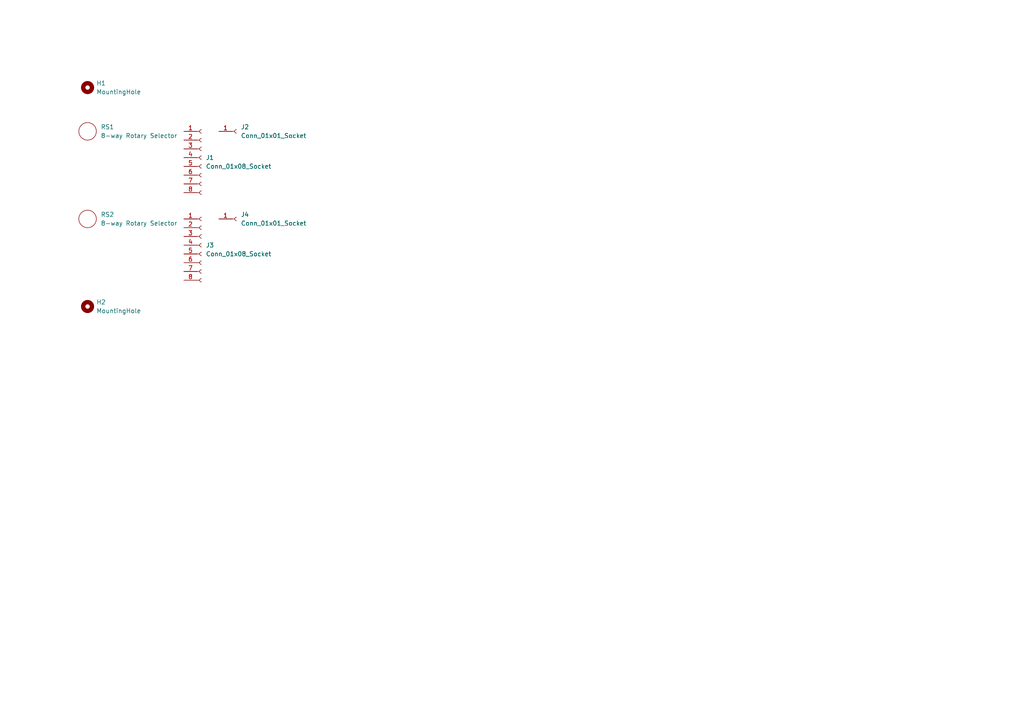
<source format=kicad_sch>
(kicad_sch (version 20231120) (generator "eeschema") (generator_version "8.0")
  (paper "A4")
  (lib_symbols
    (symbol "Connector:Conn_01x01_Socket" (pin_names (offset 1.016) hide)
      (property "Reference" "J" (at 0 2.54 0))
      (property "Value" "Conn_01x01_Socket" (at 0 -2.54 0))
      (symbol "Conn_01x01_Socket_1_1"
        (polyline (pts (xy -1.27 0) (xy -0.508 0)) (stroke (width 0.1524)))
        (arc (start 0 0.508) (mid -0.5058 0) (end 0 -0.508) (stroke (width 0.1524)))
        (pin passive line (at -5.08 0 0) (length 3.81) (name "Pin_1") (number "1"))
      )
    )
    (symbol "Connector:Conn_01x08_Socket" (pin_names (offset 1.016) hide)
      (property "Reference" "J" (at 0 10.16 0))
      (property "Value" "Conn_01x08_Socket" (at 0 -12.7 0))
      (symbol "Conn_01x08_Socket_1_1"
        (arc (start 0 -9.652) (mid -0.5058 -10.16) (end 0 -10.668) (stroke (width 0.1524)))
        (arc (start 0 -7.112) (mid -0.5058 -7.62) (end 0 -8.128) (stroke (width 0.1524)))
        (arc (start 0 -4.572) (mid -0.5058 -5.08) (end 0 -5.588) (stroke (width 0.1524)))
        (arc (start 0 -2.032) (mid -0.5058 -2.54) (end 0 -3.048) (stroke (width 0.1524)))
        (polyline (pts (xy -1.27 -10.16) (xy -0.508 -10.16)) (stroke (width 0.1524)))
        (polyline (pts (xy -1.27 -7.62) (xy -0.508 -7.62)) (stroke (width 0.1524)))
        (polyline (pts (xy -1.27 -5.08) (xy -0.508 -5.08)) (stroke (width 0.1524)))
        (polyline (pts (xy -1.27 -2.54) (xy -0.508 -2.54)) (stroke (width 0.1524)))
        (polyline (pts (xy -1.27 0) (xy -0.508 0)) (stroke (width 0.1524)))
        (polyline (pts (xy -1.27 2.54) (xy -0.508 2.54)) (stroke (width 0.1524)))
        (polyline (pts (xy -1.27 5.08) (xy -0.508 5.08)) (stroke (width 0.1524)))
        (polyline (pts (xy -1.27 7.62) (xy -0.508 7.62)) (stroke (width 0.1524)))
        (arc (start 0 0.508) (mid -0.5058 0) (end 0 -0.508) (stroke (width 0.1524)))
        (arc (start 0 3.048) (mid -0.5058 2.54) (end 0 2.032) (stroke (width 0.1524)))
        (arc (start 0 5.588) (mid -0.5058 5.08) (end 0 4.572) (stroke (width 0.1524)))
        (arc (start 0 8.128) (mid -0.5058 7.62) (end 0 7.112) (stroke (width 0.1524)))
        (pin passive line (at -5.08 7.62 0) (length 3.81) (name "Pin_1") (number "1"))
        (pin passive line (at -5.08 5.08 0) (length 3.81) (name "Pin_2") (number "2"))
        (pin passive line (at -5.08 2.54 0) (length 3.81) (name "Pin_3") (number "3"))
        (pin passive line (at -5.08 0 0) (length 3.81) (name "Pin_4") (number "4"))
        (pin passive line (at -5.08 -2.54 0) (length 3.81) (name "Pin_5") (number "5"))
        (pin passive line (at -5.08 -5.08 0) (length 3.81) (name "Pin_6") (number "6"))
        (pin passive line (at -5.08 -7.62 0) (length 3.81) (name "Pin_7") (number "7"))
        (pin passive line (at -5.08 -10.16 0) (length 3.81) (name "Pin_8") (number "8"))
      )
    )
    (symbol "EXC:Rotary_Selector_Panel_Mount_M9"
      (property "Reference" "RS" (at 0 4.064 0))
      (property "Value" "8-way Rotary Selector" (at 0 -3.81 0))
      (symbol "Rotary_Selector_Panel_Mount_M9_0_1"
        (circle (center 0 0) (radius 2.54))
      )
    )
    (symbol "Mechanical:MountingHole" (pin_names (offset 1.016)) (exclude_from_sim yes) (in_bom no)
      (property "Reference" "H" (at 0 5.08 0))
      (property "Value" "MountingHole" (at 0 3.175 0))
      (symbol "MountingHole_0_1"
        (circle (center 0 0) (radius 1.27) (stroke (width 1.27)))
      )
    )
  )
  (symbol (lib_id "Connector:Conn_01x01_Socket") (at 68.58 63.5 0) (unit 1)
    (property "Reference" "J4" (at 69.85 62.2299 0) (effects (justify left)))
    (property "Value" "Conn_01x01_Socket" (at 69.85 64.7699 0) (effects (justify left)))
    (property "Footprint" "Connector_PinSocket_2.54mm:PinSocket_1x01_P2.54mm_Vertical" (effects (hide yes)))
    (property "Description" "Generic connector, single row, 01x01, script generated" (effects (hide yes)))
  )
  (symbol (lib_id "EXC:Rotary_Selector_Panel_Mount_M9") (at 25.4 63.5 0) (unit 1)
    (property "Reference" "RS2" (at 29.21 62.2299 0) (effects (justify left)))
    (property "Value" "8-way Rotary Selector" (at 29.21 64.7699 0) (effects (justify left)))
    (property "Footprint" "EXC:Rotary_Selector_Panel_Mount_M9" (effects (hide yes)))
    (property "Datasheet" "https://cdn-shop.adafruit.com/product-files/2925/SR16A-18-15KQ.pdf" (effects (hide yes)))
    (property "Description" "8-way panel-mount Rotary Selector" (effects (hide yes)))
    (property "Source" "https://www.adafruit.com/product/2925" (effects (hide yes)))
  )
  (symbol (lib_id "EXC:Rotary_Selector_Panel_Mount_M9") (at 25.4 38.1 0) (unit 1)
    (property "Reference" "RS1" (at 29.21 36.8299 0) (effects (justify left)))
    (property "Value" "8-way Rotary Selector" (at 29.21 39.3699 0) (effects (justify left)))
    (property "Footprint" "EXC:Rotary_Selector_Panel_Mount_M9" (effects (hide yes)))
    (property "Datasheet" "https://cdn-shop.adafruit.com/product-files/2925/SR16A-18-15KQ.pdf" (effects (hide yes)))
    (property "Description" "8-way panel-mount Rotary Selector" (effects (hide yes)))
    (property "Source" "https://www.adafruit.com/product/2925" (effects (hide yes)))
  )
  (symbol (lib_id "Mechanical:MountingHole") (at 25.4 25.4 0) (unit 1) (exclude_from_sim yes) (in_bom no)
    (property "Reference" "H1" (at 27.94 24.1299 0) (effects (justify left)))
    (property "Value" "MountingHole" (at 27.94 26.6699 0) (effects (justify left)))
    (property "Footprint" "MountingHole:MountingHole_3.2mm_M3" (effects (hide yes)))
    (property "Description" "Mounting Hole without connection" (effects (hide yes)))
  )
  (symbol (lib_id "Connector:Conn_01x01_Socket") (at 68.58 38.1 0) (unit 1)
    (property "Reference" "J2" (at 69.85 36.8299 0) (effects (justify left)))
    (property "Value" "Conn_01x01_Socket" (at 69.85 39.3699 0) (effects (justify left)))
    (property "Footprint" "Connector_PinSocket_2.54mm:PinSocket_1x01_P2.54mm_Vertical" (effects (hide yes)))
    (property "Description" "Generic connector, single row, 01x01, script generated" (effects (hide yes)))
  )
  (symbol (lib_id "Mechanical:MountingHole") (at 25.4 88.9 0) (unit 1) (exclude_from_sim yes) (in_bom no)
    (property "Reference" "H2" (at 27.94 87.6299 0) (effects (justify left)))
    (property "Value" "MountingHole" (at 27.94 90.1699 0) (effects (justify left)))
    (property "Footprint" "MountingHole:MountingHole_3.2mm_M3" (effects (hide yes)))
    (property "Description" "Mounting Hole without connection" (effects (hide yes)))
  )
  (symbol (lib_id "Connector:Conn_01x08_Socket") (at 58.42 45.72 0) (unit 1)
    (property "Reference" "J1" (at 59.69 45.7199 0) (effects (justify left)))
    (property "Value" "Conn_01x08_Socket" (at 59.69 48.2599 0) (effects (justify left)))
    (property "Footprint" "Connector_PinSocket_2.54mm:PinSocket_1x08_P2.54mm_Vertical" (effects (hide yes)))
    (property "Description" "Generic connector, single row, 01x08, script generated" (effects (hide yes)))
  )
  (symbol (lib_id "Connector:Conn_01x08_Socket") (at 58.42 71.12 0) (unit 1)
    (property "Reference" "J3" (at 59.69 71.1199 0) (effects (justify left)))
    (property "Value" "Conn_01x08_Socket" (at 59.69 73.6599 0) (effects (justify left)))
    (property "Footprint" "Connector_PinSocket_2.54mm:PinSocket_1x08_P2.54mm_Vertical" (effects (hide yes)))
    (property "Description" "Generic connector, single row, 01x08, script generated" (effects (hide yes)))
  )
)
</source>
